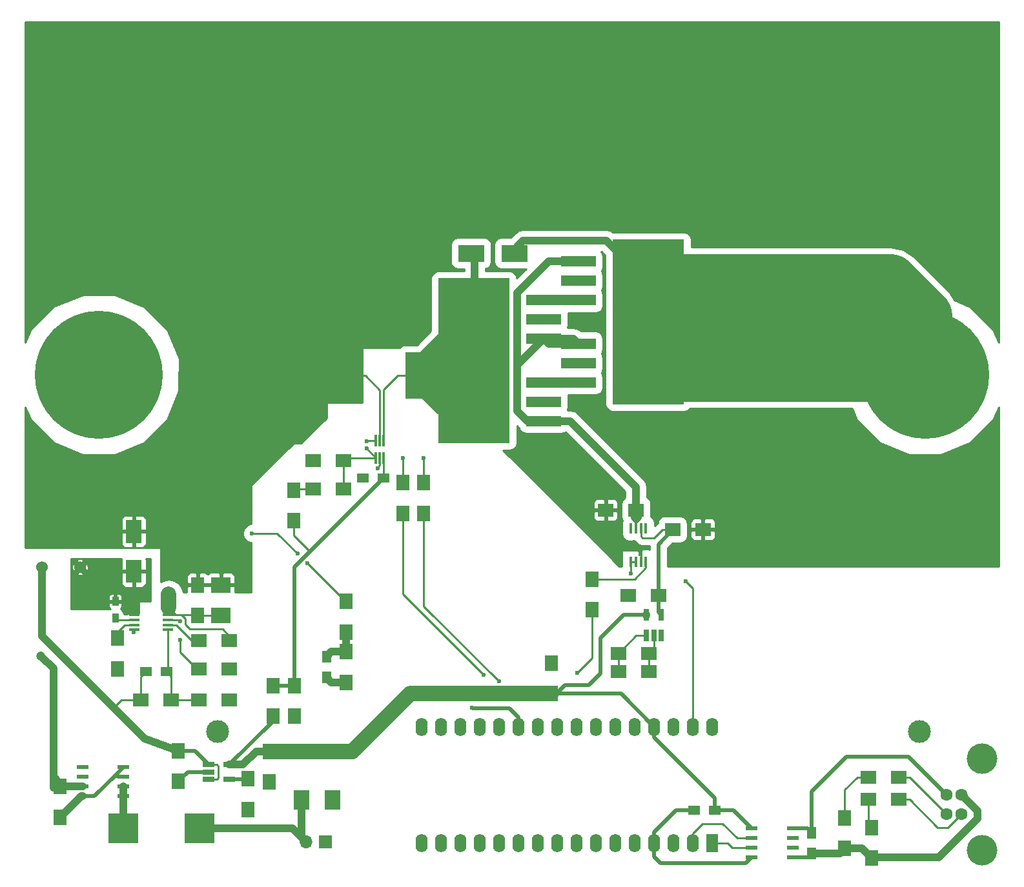
<source format=gtl>
G04 #@! TF.FileFunction,Copper,L1,Top,Signal*
%FSLAX46Y46*%
G04 Gerber Fmt 4.6, Leading zero omitted, Abs format (unit mm)*
G04 Created by KiCad (PCBNEW 4.0.4-stable) date 05/13/17 14:37:42*
%MOMM*%
%LPD*%
G01*
G04 APERTURE LIST*
%ADD10C,0.100000*%
%ADD11C,3.000000*%
%ADD12R,0.450000X1.450000*%
%ADD13R,1.550000X0.600000*%
%ADD14R,1.600000X2.400000*%
%ADD15O,1.600000X2.400000*%
%ADD16R,4.000000X6.200000*%
%ADD17C,1.600000*%
%ADD18C,4.000000*%
%ADD19R,1.450000X0.450000*%
%ADD20R,0.900000X1.200000*%
%ADD21R,3.500000X2.200000*%
%ADD22C,1.524000*%
%ADD23C,16.800000*%
%ADD24R,1.700000X2.000000*%
%ADD25R,2.000000X1.700000*%
%ADD26R,0.300000X1.500000*%
%ADD27R,1.560000X0.650000*%
%ADD28R,0.650000X1.560000*%
%ADD29R,2.500000X2.000000*%
%ADD30R,1.300000X1.500000*%
%ADD31R,1.500000X1.300000*%
%ADD32R,4.600000X1.390000*%
%ADD33R,9.400000X10.800000*%
%ADD34R,2.000000X2.500000*%
%ADD35R,4.000000X4.000000*%
%ADD36R,1.700000X1.700000*%
%ADD37O,1.700000X1.700000*%
%ADD38C,1.200000*%
%ADD39C,0.600000*%
%ADD40C,1.000000*%
%ADD41C,0.500000*%
%ADD42C,0.250000*%
%ADD43C,2.000000*%
%ADD44C,4.000000*%
%ADD45C,7.000000*%
%ADD46C,0.254000*%
G04 APERTURE END LIST*
D10*
D11*
X104241000Y-25159000D03*
X196241000Y-25159000D03*
X196241000Y-114159000D03*
X104241000Y-114159000D03*
D12*
X158410000Y-91862000D03*
X159060000Y-91862000D03*
X159710000Y-91862000D03*
X160360000Y-91862000D03*
X160360000Y-87462000D03*
X159710000Y-87462000D03*
X159060000Y-87462000D03*
X158410000Y-87462000D03*
D13*
X86476000Y-118806000D03*
X86476000Y-120076000D03*
X86476000Y-121346000D03*
X86476000Y-122616000D03*
X91876000Y-122616000D03*
X91876000Y-121346000D03*
X91876000Y-120076000D03*
X91876000Y-118806000D03*
D14*
X169059000Y-128772000D03*
D15*
X130959000Y-113532000D03*
X166519000Y-128772000D03*
X133499000Y-113532000D03*
X163979000Y-128772000D03*
X136039000Y-113532000D03*
X161439000Y-128772000D03*
X138579000Y-113532000D03*
X158899000Y-128772000D03*
X141119000Y-113532000D03*
X156359000Y-128772000D03*
X143659000Y-113532000D03*
X153819000Y-128772000D03*
X146199000Y-113532000D03*
X151279000Y-128772000D03*
X148739000Y-113532000D03*
X148739000Y-128772000D03*
X151279000Y-113532000D03*
X146199000Y-128772000D03*
X153819000Y-113532000D03*
X143659000Y-128772000D03*
X156359000Y-113532000D03*
X141119000Y-128772000D03*
X158899000Y-113532000D03*
X138579000Y-128772000D03*
X161439000Y-113532000D03*
X136039000Y-128772000D03*
X163979000Y-113532000D03*
X133499000Y-128772000D03*
X166519000Y-113532000D03*
X130959000Y-128772000D03*
X169059000Y-113532000D03*
D16*
X130810000Y-67437000D03*
X121210000Y-67437000D03*
D17*
X199771000Y-122448000D03*
X199771000Y-124948000D03*
X201771000Y-124948000D03*
X201771000Y-122448000D03*
D18*
X204471000Y-117698000D03*
X204471000Y-129698000D03*
D19*
X93304000Y-98847000D03*
X93304000Y-99497000D03*
X93304000Y-100147000D03*
X93304000Y-100797000D03*
X97704000Y-100797000D03*
X97704000Y-100147000D03*
X97704000Y-99497000D03*
X97704000Y-98847000D03*
D20*
X90805000Y-97071000D03*
X90805000Y-99271000D03*
D10*
G36*
X94218000Y-91583000D02*
X94218000Y-94583000D01*
X92218000Y-94583000D01*
X92218000Y-91583000D01*
X94218000Y-91583000D01*
X94218000Y-91583000D01*
G37*
G36*
X94218000Y-86383000D02*
X94218000Y-89383000D01*
X92218000Y-89383000D01*
X92218000Y-86383000D01*
X94218000Y-86383000D01*
X94218000Y-86383000D01*
G37*
D21*
X137444000Y-51365500D03*
X143144000Y-51365500D03*
D22*
X81193000Y-92583000D03*
X86193000Y-92583000D03*
D23*
X88646000Y-67310000D03*
X110363000Y-67310000D03*
X196977000Y-67310000D03*
D24*
X91059000Y-101886000D03*
X91059000Y-105886000D03*
X121031000Y-97060000D03*
X121031000Y-101060000D03*
X121031000Y-103664000D03*
X121031000Y-107664000D03*
D25*
X105759000Y-102235000D03*
X101759000Y-102235000D03*
X94139000Y-109982000D03*
X98139000Y-109982000D03*
X101759000Y-109982000D03*
X105759000Y-109982000D03*
D24*
X114173000Y-86455000D03*
X114173000Y-82455000D03*
D25*
X116745000Y-82296000D03*
X120745000Y-82296000D03*
X120745000Y-78613000D03*
X116745000Y-78613000D03*
D24*
X111506000Y-108109000D03*
X111506000Y-112109000D03*
D25*
X159099000Y-85090000D03*
X155099000Y-85090000D03*
D24*
X131250000Y-81500000D03*
X131250000Y-85500000D03*
X153311000Y-94133000D03*
X153311000Y-98133000D03*
D25*
X189538000Y-120136000D03*
X193538000Y-120136000D03*
X193538000Y-123057000D03*
X189538000Y-123057000D03*
D26*
X124980000Y-78239000D03*
X125480000Y-78239000D03*
X125980000Y-78239000D03*
X125980000Y-75939000D03*
X125480000Y-75939000D03*
X124980000Y-75939000D03*
D27*
X103066000Y-118491000D03*
X103066000Y-119441000D03*
X103066000Y-120391000D03*
X105766000Y-120391000D03*
X105766000Y-118491000D03*
D13*
X174233000Y-126867000D03*
X174233000Y-128137000D03*
X174233000Y-129407000D03*
X174233000Y-130677000D03*
X179633000Y-130677000D03*
X179633000Y-129407000D03*
X179633000Y-128137000D03*
X179633000Y-126867000D03*
D24*
X128500000Y-81500000D03*
X128500000Y-85500000D03*
D28*
X160467000Y-101553000D03*
X161417000Y-101553000D03*
X162367000Y-101553000D03*
X162367000Y-98853000D03*
X160467000Y-98853000D03*
D24*
X101600000Y-98901000D03*
X101600000Y-94901000D03*
D29*
X104648000Y-98901000D03*
X104648000Y-94901000D03*
D25*
X101759000Y-105918000D03*
X105759000Y-105918000D03*
D30*
X118491000Y-104314000D03*
X118491000Y-107014000D03*
D31*
X94789000Y-106299000D03*
X97489000Y-106299000D03*
X125937000Y-80899000D03*
X123237000Y-80899000D03*
D24*
X99082000Y-116679000D03*
X99082000Y-120679000D03*
X108226000Y-120362000D03*
X108226000Y-124362000D03*
X114300000Y-108109000D03*
X114300000Y-112109000D03*
X110998000Y-116745000D03*
X110998000Y-120745000D03*
X147977000Y-105182000D03*
X147977000Y-109182000D03*
D25*
X163862000Y-87630000D03*
X167862000Y-87630000D03*
D31*
X166693000Y-124454000D03*
X169393000Y-124454000D03*
D25*
X156750000Y-103886000D03*
X160750000Y-103886000D03*
X156750000Y-106299000D03*
X160750000Y-106299000D03*
D30*
X182140000Y-130122000D03*
X182140000Y-127422000D03*
D24*
X186458000Y-125502000D03*
X186458000Y-129502000D03*
D25*
X162020000Y-96266000D03*
X158020000Y-96266000D03*
D24*
X190014000Y-126772000D03*
X190014000Y-130772000D03*
D32*
X146969000Y-70860000D03*
D33*
X137809000Y-70860000D03*
D32*
X146969000Y-68320000D03*
X146969000Y-73400000D03*
X151525000Y-65780000D03*
D33*
X160685000Y-65780000D03*
D32*
X151525000Y-68320000D03*
X151525000Y-63240000D03*
X146969000Y-60065000D03*
D33*
X137809000Y-60065000D03*
D32*
X146969000Y-57525000D03*
X146969000Y-62605000D03*
X151525000Y-54985000D03*
D33*
X160685000Y-54985000D03*
D32*
X151525000Y-57525000D03*
X151525000Y-52445000D03*
D34*
X115243000Y-123124000D03*
X119243000Y-123124000D03*
D24*
X83588000Y-121378000D03*
X83588000Y-125378000D03*
D35*
X101876000Y-126807000D03*
X91876000Y-126807000D03*
D36*
X118386000Y-128585000D03*
D37*
X115846000Y-128585000D03*
D38*
X81048000Y-104201000D03*
X97812000Y-96073000D03*
D39*
X115951000Y-92075000D03*
X114681000Y-90805000D03*
X108712000Y-88138000D03*
X160042000Y-89977000D03*
X159280000Y-89850000D03*
X159661000Y-90866000D03*
X119275000Y-123632000D03*
X119275000Y-122489000D03*
X86128000Y-118806000D03*
X86890000Y-118806000D03*
X165630000Y-94422000D03*
X162455000Y-101975000D03*
X148485000Y-104769000D03*
X147596000Y-104769000D03*
X93218000Y-101092000D03*
X123190000Y-80899000D03*
X125222000Y-79629000D03*
X154432000Y-84582000D03*
X155702000Y-84582000D03*
X155702000Y-85598000D03*
X154432000Y-85598000D03*
X118491000Y-107014000D03*
X121031000Y-107664000D03*
X98621000Y-120835000D03*
X99621000Y-120835000D03*
X157500000Y-95750000D03*
X157500000Y-96750000D03*
X158000000Y-96250000D03*
X116750000Y-78750000D03*
X114250000Y-112250000D03*
X111000000Y-120750000D03*
X108149000Y-124589000D03*
X105750000Y-110000000D03*
X91000000Y-106250000D03*
X105750000Y-106000000D03*
X162455000Y-101340000D03*
X158391000Y-93406000D03*
X167513000Y-87122000D03*
X168402000Y-87122000D03*
X168402000Y-88138000D03*
X167513000Y-88138000D03*
X99314000Y-99695000D03*
X99314000Y-102108000D03*
X121031000Y-103664000D03*
X137563000Y-110992000D03*
X179633000Y-128137000D03*
X186458000Y-125343000D03*
X179633000Y-129407000D03*
X190014000Y-126740000D03*
X141119000Y-107563000D03*
X139087000Y-106674000D03*
X151406000Y-106420000D03*
X86476000Y-120076000D03*
X128500000Y-78250000D03*
X123750000Y-77000000D03*
X131250000Y-78250000D03*
X123750000Y-76000000D03*
D40*
X93304000Y-92669000D02*
X93218000Y-92583000D01*
D41*
X93304000Y-92669000D02*
X93218000Y-92583000D01*
D42*
X93218000Y-92583000D02*
X93304000Y-92669000D01*
X93304000Y-93259000D02*
X93345000Y-93218000D01*
X93304000Y-99497000D02*
X91031000Y-99497000D01*
X91031000Y-99497000D02*
X90805000Y-99271000D01*
D40*
X83588000Y-121378000D02*
X83588000Y-120965000D01*
X83588000Y-120965000D02*
X82699000Y-120076000D01*
X82699000Y-105852000D02*
X82699000Y-120076000D01*
X82699000Y-120076000D02*
X82699000Y-121473000D01*
X81048000Y-104201000D02*
X82699000Y-105852000D01*
D43*
X97790000Y-96095000D02*
X97790000Y-97917000D01*
X97812000Y-96073000D02*
X97790000Y-96095000D01*
D40*
X86476000Y-121346000D02*
X83620000Y-121346000D01*
X83620000Y-121346000D02*
X83588000Y-121378000D01*
D42*
X121031000Y-97060000D02*
X120936000Y-97060000D01*
X120936000Y-97060000D02*
X115951000Y-92075000D01*
X114681000Y-90805000D02*
X112014000Y-88138000D01*
X112014000Y-88138000D02*
X108712000Y-88138000D01*
X97790000Y-97917000D02*
X97155000Y-98552000D01*
X98933000Y-98806000D02*
X98679000Y-98806000D01*
X98679000Y-98806000D02*
X97790000Y-97917000D01*
D40*
X88646000Y-67310000D02*
X88646000Y-72898000D01*
X97790000Y-97917000D02*
X97790000Y-98425000D01*
D42*
X98298000Y-98552000D02*
X97282000Y-98552000D01*
X97282000Y-98552000D02*
X97577000Y-98847000D01*
X98298000Y-98552000D02*
X98171000Y-98552000D01*
X98171000Y-98552000D02*
X98171000Y-98679000D01*
X97704000Y-98847000D02*
X98003000Y-98847000D01*
X98003000Y-98847000D02*
X98171000Y-98679000D01*
X98171000Y-98679000D02*
X98298000Y-98552000D01*
X97704000Y-98847000D02*
X97749000Y-98847000D01*
X97749000Y-98847000D02*
X98044000Y-98552000D01*
X97704000Y-98847000D02*
X97704000Y-98638000D01*
X97704000Y-98638000D02*
X97790000Y-98552000D01*
X97704000Y-98847000D02*
X97704000Y-98720000D01*
X97704000Y-98720000D02*
X97536000Y-98552000D01*
X97704000Y-98847000D02*
X97577000Y-98847000D01*
X105759000Y-101568000D02*
X104902000Y-100711000D01*
X99949000Y-99314000D02*
X99441000Y-98806000D01*
X99949000Y-100076000D02*
X99949000Y-99314000D01*
X100584000Y-100711000D02*
X99949000Y-100076000D01*
X104902000Y-100711000D02*
X100584000Y-100711000D01*
X98933000Y-98806000D02*
X99441000Y-98806000D01*
X99949000Y-98806000D02*
X101505000Y-98806000D01*
X99441000Y-98806000D02*
X99949000Y-98806000D01*
X101505000Y-98806000D02*
X101600000Y-98901000D01*
X104648000Y-98901000D02*
X101600000Y-98901000D01*
X105759000Y-102235000D02*
X105759000Y-101568000D01*
X104648000Y-98901000D02*
X104648000Y-99314000D01*
X98933000Y-98806000D02*
X98892000Y-98847000D01*
X98892000Y-98847000D02*
X97704000Y-98847000D01*
D41*
X103066000Y-119441000D02*
X100320000Y-119441000D01*
X100320000Y-119441000D02*
X99082000Y-120679000D01*
D42*
X159710000Y-91862000D02*
X159710000Y-90309000D01*
X159710000Y-90309000D02*
X160042000Y-89977000D01*
X159710000Y-91862000D02*
X159710000Y-90280000D01*
X159710000Y-90280000D02*
X159280000Y-89850000D01*
X159710000Y-91862000D02*
X159710000Y-90944000D01*
X159710000Y-90944000D02*
X159661000Y-90866000D01*
X159710000Y-90788000D02*
X159280000Y-90358000D01*
X159710000Y-91862000D02*
X159710000Y-90788000D01*
X119243000Y-123124000D02*
X119275000Y-123632000D01*
X119243000Y-123124000D02*
X119275000Y-122489000D01*
X86857000Y-118806000D02*
X86857000Y-118839000D01*
X86857000Y-118839000D02*
X86890000Y-118806000D01*
X166519000Y-95311000D02*
X166519000Y-113532000D01*
X165630000Y-94422000D02*
X166519000Y-95311000D01*
D41*
X162494000Y-101936000D02*
X162455000Y-101975000D01*
D42*
X147596000Y-104928000D02*
X148485000Y-104769000D01*
D41*
X147596000Y-104928000D02*
X147596000Y-104769000D01*
D42*
X93304000Y-100797000D02*
X93304000Y-101006000D01*
X93304000Y-101006000D02*
X93218000Y-101092000D01*
X123237000Y-80899000D02*
X123110000Y-80979000D01*
X123110000Y-80979000D02*
X123190000Y-80899000D01*
X125480000Y-78239000D02*
X125480000Y-79117000D01*
X125480000Y-79117000D02*
X125222000Y-79629000D01*
D40*
X119141000Y-107664000D02*
X118491000Y-107014000D01*
X119141000Y-107664000D02*
X121031000Y-107664000D01*
D41*
X93718000Y-88133000D02*
X92718000Y-87968000D01*
X92718000Y-87968000D02*
X92750000Y-88000000D01*
D42*
X93750000Y-88000000D02*
X93741000Y-87991000D01*
D41*
X99582000Y-120679000D02*
X98527000Y-120929000D01*
X98527000Y-120929000D02*
X98621000Y-120835000D01*
X99582000Y-120679000D02*
X99621000Y-120835000D01*
D42*
X158020000Y-96266000D02*
X157734000Y-96266000D01*
X157734000Y-96266000D02*
X157500000Y-95750000D01*
X158020000Y-96266000D02*
X157734000Y-96266000D01*
X157734000Y-96266000D02*
X157500000Y-96750000D01*
X158020000Y-96266000D02*
X158000000Y-96250000D01*
X155099000Y-85090000D02*
X155000000Y-85000000D01*
D41*
X116745000Y-78613000D02*
X116750000Y-78750000D01*
D42*
X123237000Y-80899000D02*
X123698000Y-80899000D01*
D41*
X114300000Y-112109000D02*
X114250000Y-112250000D01*
D42*
X121210000Y-67437000D02*
X123571000Y-67437000D01*
X123571000Y-67437000D02*
X125480000Y-69346000D01*
X125480000Y-69346000D02*
X125480000Y-75939000D01*
D41*
X110998000Y-120745000D02*
X111000000Y-120750000D01*
X108226000Y-124362000D02*
X108149000Y-124589000D01*
X105759000Y-109982000D02*
X105750000Y-110000000D01*
D42*
X93718000Y-88133000D02*
X93741000Y-87991000D01*
X104648000Y-94901000D02*
X104750000Y-94750000D01*
X101600000Y-94901000D02*
X101500000Y-94750000D01*
X91059000Y-105886000D02*
X91000000Y-106250000D01*
X105509000Y-105918000D02*
X105750000Y-106000000D01*
X162322000Y-101393000D02*
X162281000Y-101166000D01*
X162281000Y-101166000D02*
X162455000Y-101340000D01*
X158410000Y-93387000D02*
X158391000Y-93406000D01*
X158410000Y-91862000D02*
X158410000Y-93387000D01*
X159060000Y-91862000D02*
X158410000Y-91862000D01*
X159710000Y-91862000D02*
X159710000Y-89987000D01*
X159710000Y-89987000D02*
X159639000Y-89916000D01*
X159710000Y-89987000D02*
X159639000Y-89916000D01*
X167862000Y-87630000D02*
X167898000Y-87630000D01*
X167898000Y-87630000D02*
X168450000Y-87087000D01*
X167862000Y-87630000D02*
X167898000Y-87630000D01*
X167898000Y-87630000D02*
X168450000Y-88087000D01*
X167862000Y-87630000D02*
X167950000Y-87587000D01*
X158410000Y-91862000D02*
X158369000Y-91903000D01*
X97704000Y-99497000D02*
X99116000Y-99497000D01*
X99116000Y-99497000D02*
X99314000Y-99695000D01*
X99314000Y-102108000D02*
X99314000Y-103759000D01*
X99314000Y-103759000D02*
X101473000Y-105918000D01*
X101473000Y-105918000D02*
X101759000Y-105918000D01*
D41*
X143659000Y-112262000D02*
X143659000Y-113532000D01*
X142516000Y-111119000D02*
X143659000Y-112262000D01*
X137690000Y-111119000D02*
X142516000Y-111119000D01*
X137563000Y-110992000D02*
X137690000Y-111119000D01*
D40*
X121031000Y-103664000D02*
X119141000Y-103664000D01*
X119141000Y-103664000D02*
X118491000Y-104314000D01*
X121031000Y-101060000D02*
X121031000Y-103664000D01*
D41*
X99082000Y-116679000D02*
X101254000Y-116679000D01*
X101254000Y-116679000D02*
X103066000Y-118491000D01*
D42*
X103066000Y-118491000D02*
X104101000Y-118491000D01*
X104101000Y-118491000D02*
X104289000Y-118679000D01*
X104289000Y-118679000D02*
X104289000Y-120203000D01*
X104289000Y-120203000D02*
X104101000Y-120391000D01*
X104101000Y-120391000D02*
X103066000Y-120391000D01*
X94139000Y-109982000D02*
X91567000Y-109982000D01*
X91567000Y-109982000D02*
X90551000Y-110998000D01*
D40*
X99082000Y-116679000D02*
X94647000Y-115094000D01*
X94647000Y-115094000D02*
X90551000Y-110998000D01*
X90551000Y-110998000D02*
X81193000Y-101640000D01*
X81193000Y-101640000D02*
X81193000Y-92583000D01*
D42*
X102873000Y-118298000D02*
X103066000Y-118491000D01*
X94139000Y-109982000D02*
X94139000Y-106949000D01*
X94139000Y-106949000D02*
X94789000Y-106299000D01*
X98139000Y-109982000D02*
X101759000Y-109982000D01*
X98139000Y-109982000D02*
X98139000Y-106949000D01*
X98139000Y-106949000D02*
X97489000Y-106299000D01*
X97704000Y-100797000D02*
X97704000Y-106084000D01*
X97704000Y-106084000D02*
X97489000Y-106299000D01*
X114173000Y-88392000D02*
X116308500Y-90527500D01*
D41*
X114300000Y-97028000D02*
X114300000Y-92536000D01*
X114300000Y-92536000D02*
X116308500Y-90527500D01*
D42*
X114173000Y-86455000D02*
X114173000Y-88392000D01*
D41*
X114300000Y-108109000D02*
X114300000Y-97028000D01*
X116308500Y-90527500D02*
X125937000Y-80899000D01*
X111506000Y-108109000D02*
X114300000Y-108109000D01*
X111665000Y-107950000D02*
X111506000Y-108109000D01*
D42*
X125980000Y-78239000D02*
X125980000Y-80856000D01*
X125980000Y-80856000D02*
X125937000Y-80899000D01*
D41*
X105766000Y-120391000D02*
X108197000Y-120391000D01*
X108197000Y-120391000D02*
X108226000Y-120362000D01*
D40*
X110998000Y-116745000D02*
X109271000Y-116745000D01*
X107525000Y-118491000D02*
X105766000Y-118491000D01*
X109271000Y-116745000D02*
X107525000Y-118491000D01*
D41*
X111506000Y-112109000D02*
X111506000Y-112751000D01*
X111506000Y-112751000D02*
X105766000Y-118491000D01*
X161439000Y-113532000D02*
X161439000Y-114929000D01*
X169393000Y-122883000D02*
X169393000Y-124454000D01*
X161439000Y-114929000D02*
X169393000Y-122883000D01*
X169393000Y-124454000D02*
X171820000Y-124454000D01*
X171820000Y-124454000D02*
X174233000Y-126867000D01*
X161439000Y-113532000D02*
X161439000Y-114073000D01*
X147977000Y-109182000D02*
X148644000Y-109182000D01*
X148644000Y-109182000D02*
X149755000Y-108071000D01*
X157449000Y-98853000D02*
X160467000Y-98853000D01*
X154454000Y-101848000D02*
X157449000Y-98853000D01*
X154454000Y-106547000D02*
X154454000Y-101848000D01*
X152930000Y-108071000D02*
X154454000Y-106547000D01*
X149755000Y-108071000D02*
X152930000Y-108071000D01*
X147977000Y-109182000D02*
X157089000Y-109182000D01*
X157089000Y-109182000D02*
X161439000Y-113532000D01*
D43*
X110998000Y-116745000D02*
X121904000Y-116745000D01*
X129467000Y-109182000D02*
X147977000Y-109182000D01*
X121904000Y-116745000D02*
X129467000Y-109182000D01*
D40*
X110998000Y-116745000D02*
X110998000Y-116602000D01*
X160467000Y-98867000D02*
X160467000Y-98853000D01*
D41*
X106001000Y-118491000D02*
X105766000Y-118491000D01*
X110905000Y-116652000D02*
X110998000Y-116745000D01*
D42*
X159710000Y-87462000D02*
X159710000Y-88502000D01*
X162516000Y-87630000D02*
X163862000Y-87630000D01*
X161439000Y-88707000D02*
X162516000Y-87630000D01*
X159915000Y-88707000D02*
X161439000Y-88707000D01*
X159710000Y-88502000D02*
X159915000Y-88707000D01*
D41*
X162020000Y-98506000D02*
X162367000Y-98853000D01*
X162020000Y-96266000D02*
X162020000Y-89599000D01*
X162020000Y-89599000D02*
X163862000Y-87630000D01*
X162020000Y-96266000D02*
X162020000Y-98506000D01*
X166693000Y-124454000D02*
X164360000Y-124454000D01*
X161439000Y-127375000D02*
X161439000Y-128772000D01*
X164360000Y-124454000D02*
X161439000Y-127375000D01*
X161439000Y-128772000D02*
X161439000Y-130550000D01*
X173471000Y-131439000D02*
X174233000Y-130677000D01*
X162328000Y-131439000D02*
X173471000Y-131439000D01*
X161439000Y-130550000D02*
X162328000Y-131439000D01*
D42*
X160467000Y-101553000D02*
X159083000Y-101553000D01*
X156750000Y-103886000D02*
X156750000Y-106299000D01*
X159083000Y-101553000D02*
X156750000Y-103886000D01*
X160750000Y-103886000D02*
X160750000Y-106299000D01*
X161417000Y-101553000D02*
X161417000Y-103219000D01*
X161417000Y-103219000D02*
X160750000Y-103886000D01*
D40*
X182140000Y-130122000D02*
X185838000Y-130122000D01*
X185838000Y-130122000D02*
X186458000Y-129502000D01*
X186458000Y-129502000D02*
X188744000Y-129502000D01*
X188744000Y-129502000D02*
X189919000Y-130677000D01*
X189919000Y-130677000D02*
X198777000Y-130677000D01*
X198777000Y-130677000D02*
X203857000Y-125597000D01*
X203857000Y-125597000D02*
X203857000Y-124534000D01*
X203857000Y-124534000D02*
X201771000Y-122448000D01*
D41*
X185838000Y-130122000D02*
X186458000Y-129502000D01*
X179633000Y-130677000D02*
X181585000Y-130677000D01*
X181585000Y-130677000D02*
X182140000Y-130122000D01*
X201771000Y-122448000D02*
X202331000Y-122448000D01*
X182140000Y-127422000D02*
X182140000Y-122041000D01*
X194792000Y-117469000D02*
X199771000Y-122448000D01*
X186712000Y-117469000D02*
X194792000Y-117469000D01*
X182140000Y-122041000D02*
X186712000Y-117469000D01*
X179633000Y-126867000D02*
X181585000Y-126867000D01*
X181585000Y-126867000D02*
X182140000Y-127422000D01*
D42*
X189538000Y-120136000D02*
X188109000Y-120136000D01*
X186458000Y-121787000D02*
X186458000Y-125502000D01*
X188109000Y-120136000D02*
X186458000Y-121787000D01*
X186458000Y-125502000D02*
X186458000Y-125343000D01*
X189538000Y-123057000D02*
X189538000Y-126296000D01*
X189538000Y-126296000D02*
X190014000Y-126772000D01*
D41*
X189538000Y-126296000D02*
X190014000Y-126772000D01*
D42*
X190109000Y-126645000D02*
X190014000Y-126740000D01*
X190109000Y-126645000D02*
X190268000Y-126645000D01*
D40*
X137809000Y-60065000D02*
X137809000Y-70860000D01*
X137944000Y-51365500D02*
X137944000Y-59930000D01*
X137944000Y-59930000D02*
X137809000Y-60065000D01*
D44*
X137809000Y-70860000D02*
X134233000Y-70860000D01*
X134233000Y-70860000D02*
X130810000Y-67437000D01*
X130810000Y-67437000D02*
X130810000Y-67064000D01*
X130810000Y-67064000D02*
X137809000Y-60065000D01*
D40*
X137944000Y-59930000D02*
X137809000Y-60065000D01*
D42*
X130810000Y-67437000D02*
X127839002Y-67437000D01*
X125980000Y-69296002D02*
X125980000Y-75939000D01*
X127839002Y-67437000D02*
X125980000Y-69296002D01*
D40*
X160685000Y-54985000D02*
X160685000Y-65780000D01*
D45*
X196977000Y-67310000D02*
X162215000Y-67310000D01*
X162215000Y-67310000D02*
X160685000Y-65780000D01*
X160685000Y-54985000D02*
X192427000Y-54985000D01*
X192427000Y-54985000D02*
X196977000Y-59535000D01*
X196977000Y-59535000D02*
X196977000Y-67310000D01*
X196977000Y-67310000D02*
X195354000Y-67310000D01*
X195354000Y-67310000D02*
X188363000Y-60319000D01*
X188363000Y-60319000D02*
X166011000Y-60319000D01*
X160685000Y-65780000D02*
X195447000Y-65780000D01*
X195447000Y-65780000D02*
X196977000Y-67310000D01*
X160685000Y-54985000D02*
X184652000Y-54985000D01*
X184652000Y-54985000D02*
X196977000Y-67310000D01*
D40*
X144295000Y-49714500D02*
X142644000Y-51365500D01*
X155152500Y-49714500D02*
X144295000Y-49714500D01*
X160423000Y-54985000D02*
X155152500Y-49714500D01*
X160685000Y-54985000D02*
X160423000Y-54985000D01*
D42*
X169059000Y-128772000D02*
X171091000Y-128772000D01*
X171726000Y-129407000D02*
X174233000Y-129407000D01*
X171091000Y-128772000D02*
X171726000Y-129407000D01*
X166519000Y-128772000D02*
X166519000Y-127502000D01*
X172361000Y-128137000D02*
X174233000Y-128137000D01*
X170456000Y-126232000D02*
X172361000Y-128137000D01*
X167789000Y-126232000D02*
X170456000Y-126232000D01*
X166519000Y-127502000D02*
X167789000Y-126232000D01*
X131250000Y-85500000D02*
X131250000Y-97694000D01*
X131250000Y-97694000D02*
X141119000Y-107563000D01*
X128500000Y-85500000D02*
X128500000Y-96087000D01*
X128500000Y-96087000D02*
X139087000Y-106674000D01*
X153311000Y-98133000D02*
X153311000Y-104515000D01*
X153311000Y-104515000D02*
X151406000Y-106420000D01*
X193538000Y-120136000D02*
X194959000Y-120136000D01*
X194959000Y-120136000D02*
X199771000Y-124948000D01*
X193538000Y-123057000D02*
X194967000Y-123057000D01*
X199979000Y-126740000D02*
X201771000Y-124948000D01*
X198650000Y-126740000D02*
X199979000Y-126740000D01*
X194967000Y-123057000D02*
X198650000Y-126740000D01*
D41*
X193538000Y-123057000D02*
X193538000Y-123152000D01*
D40*
X151525000Y-68320000D02*
X146969000Y-68320000D01*
D42*
X158664500Y-86274500D02*
X159470500Y-86274500D01*
X159407000Y-86294000D02*
X159407000Y-86338000D01*
X159451000Y-86294000D02*
X159407000Y-86294000D01*
X159470500Y-86274500D02*
X159451000Y-86294000D01*
X159639000Y-86040000D02*
X158496000Y-86040000D01*
X158496000Y-86040000D02*
X158496000Y-86106000D01*
D40*
X146969000Y-73400000D02*
X150450000Y-73400000D01*
X159099000Y-82049000D02*
X159099000Y-85090000D01*
X150450000Y-73400000D02*
X159099000Y-82049000D01*
X146969000Y-62605000D02*
X150890000Y-62605000D01*
X150890000Y-62605000D02*
X151525000Y-63240000D01*
X151525000Y-63240000D02*
X147604000Y-63240000D01*
X147604000Y-63240000D02*
X146969000Y-62605000D01*
X143532000Y-66042000D02*
X143532000Y-56576000D01*
X143532000Y-56576000D02*
X147663000Y-52445000D01*
X147663000Y-52445000D02*
X151525000Y-52445000D01*
X146969000Y-73400000D02*
X144862000Y-73400000D01*
X144862000Y-73400000D02*
X143532000Y-72070000D01*
X143532000Y-66042000D02*
X146969000Y-62605000D01*
X143532000Y-72070000D02*
X143532000Y-66042000D01*
X159099000Y-85090000D02*
X158659000Y-85090000D01*
X146969000Y-73400000D02*
X145370000Y-73400000D01*
D42*
X159639000Y-86106000D02*
X159639000Y-86040000D01*
X159407000Y-86338000D02*
X159639000Y-86106000D01*
X159639000Y-86040000D02*
X159639000Y-85630000D01*
X159060000Y-86685000D02*
X159407000Y-86338000D01*
X159060000Y-87462000D02*
X159060000Y-86685000D01*
X158496000Y-86106000D02*
X158496000Y-85693000D01*
X159060000Y-86670000D02*
X158664500Y-86274500D01*
X158664500Y-86274500D02*
X158496000Y-86106000D01*
X159060000Y-87462000D02*
X159060000Y-86670000D01*
X159639000Y-85630000D02*
X159099000Y-85090000D01*
X158496000Y-85693000D02*
X159099000Y-85090000D01*
X159060000Y-87462000D02*
X159060000Y-85129000D01*
X159060000Y-85129000D02*
X159099000Y-85090000D01*
X93304000Y-100147000D02*
X92004000Y-100147000D01*
X92004000Y-100147000D02*
X91059000Y-101092000D01*
X91059000Y-101092000D02*
X91059000Y-101886000D01*
X98750000Y-100147000D02*
X97704000Y-100147000D01*
X100838000Y-102235000D02*
X98750000Y-100147000D01*
X101759000Y-102235000D02*
X100838000Y-102235000D01*
X116745000Y-82296000D02*
X114332000Y-82296000D01*
X114332000Y-82296000D02*
X114173000Y-82455000D01*
X128500000Y-81500000D02*
X128500000Y-79250000D01*
X128500000Y-78250000D02*
X128500000Y-79250000D01*
X123750000Y-77000000D02*
X124980000Y-78230000D01*
X124980000Y-78239000D02*
X124980000Y-78230000D01*
X124980000Y-78239000D02*
X124980000Y-77980000D01*
X120745000Y-78613000D02*
X120745000Y-82296000D01*
X124980000Y-78239000D02*
X121119000Y-78239000D01*
X121119000Y-78239000D02*
X120745000Y-78613000D01*
X124980000Y-75939000D02*
X123811000Y-75939000D01*
X131250000Y-78250000D02*
X131250000Y-81500000D01*
X123811000Y-75939000D02*
X123750000Y-76000000D01*
X160360000Y-91862000D02*
X160360000Y-92640000D01*
X158867000Y-94133000D02*
X153311000Y-94133000D01*
X160360000Y-92640000D02*
X158867000Y-94133000D01*
D40*
X146969000Y-57525000D02*
X151525000Y-57525000D01*
X115243000Y-123124000D02*
X115243000Y-127982000D01*
X115243000Y-127982000D02*
X115846000Y-128585000D01*
X101876000Y-126807000D02*
X114068000Y-126807000D01*
X114068000Y-126807000D02*
X115846000Y-128585000D01*
D41*
X91876000Y-120076000D02*
X91208000Y-120076000D01*
X91208000Y-120076000D02*
X90907000Y-119775000D01*
X86476000Y-122616000D02*
X88066000Y-122616000D01*
X88066000Y-122616000D02*
X90907000Y-119775000D01*
X90907000Y-119775000D02*
X91876000Y-118806000D01*
D40*
X86476000Y-122616000D02*
X86350000Y-122616000D01*
X86350000Y-122616000D02*
X83588000Y-125378000D01*
X91876000Y-121346000D02*
X91876000Y-122616000D01*
X91876000Y-122616000D02*
X91876000Y-126807000D01*
D46*
G36*
X206629000Y-63103163D02*
X205906560Y-61354724D01*
X202947852Y-58390848D01*
X200853393Y-57521152D01*
X200107362Y-56404638D01*
X195557362Y-51854638D01*
X195400760Y-51750000D01*
X194121140Y-50894985D01*
X192427000Y-50558000D01*
X166330161Y-50558000D01*
X166330161Y-49585000D01*
X166265522Y-49241474D01*
X166062499Y-48925967D01*
X165752721Y-48714304D01*
X165385000Y-48639839D01*
X156063334Y-48639839D01*
X155698589Y-48396124D01*
X155152500Y-48287500D01*
X144295000Y-48287500D01*
X143748911Y-48396124D01*
X143285959Y-48705458D01*
X142671078Y-49320339D01*
X141394000Y-49320339D01*
X141050474Y-49384978D01*
X140734967Y-49588001D01*
X140523304Y-49897779D01*
X140448839Y-50265500D01*
X140448839Y-52465500D01*
X140513478Y-52809026D01*
X140716501Y-53124533D01*
X141026279Y-53336196D01*
X141394000Y-53410661D01*
X144679256Y-53410661D01*
X143449530Y-54640388D01*
X143389522Y-54321474D01*
X143186499Y-54005967D01*
X142876721Y-53794304D01*
X142509000Y-53719839D01*
X139371000Y-53719839D01*
X139371000Y-53377356D01*
X139537526Y-53346022D01*
X139853033Y-53142999D01*
X140064696Y-52833221D01*
X140139161Y-52465500D01*
X140139161Y-50265500D01*
X140074522Y-49921974D01*
X139871499Y-49606467D01*
X139561721Y-49394804D01*
X139194000Y-49320339D01*
X135694000Y-49320339D01*
X135350474Y-49384978D01*
X135034967Y-49588001D01*
X134823304Y-49897779D01*
X134748839Y-50265500D01*
X134748839Y-52465500D01*
X134813478Y-52809026D01*
X135016501Y-53124533D01*
X135326279Y-53336196D01*
X135694000Y-53410661D01*
X136517000Y-53410661D01*
X136517000Y-53719839D01*
X133109000Y-53719839D01*
X132765474Y-53784478D01*
X132449967Y-53987501D01*
X132238304Y-54297279D01*
X132163839Y-54665000D01*
X132163839Y-61570757D01*
X130342757Y-63391839D01*
X128810000Y-63391839D01*
X128466474Y-63456478D01*
X128150967Y-63659501D01*
X128086398Y-63754000D01*
X123317000Y-63754000D01*
X123270841Y-63762685D01*
X123228447Y-63789965D01*
X123200006Y-63831590D01*
X123190000Y-63881000D01*
X123190000Y-70993000D01*
X118618000Y-70993000D01*
X118568590Y-71003006D01*
X118526965Y-71031447D01*
X118499685Y-71073841D01*
X118491000Y-71120000D01*
X118491000Y-72972394D01*
X115136394Y-76327000D01*
X114173000Y-76327000D01*
X114123590Y-76337006D01*
X114083197Y-76364197D01*
X108622197Y-81825197D01*
X108594334Y-81867211D01*
X108585000Y-81915000D01*
X108585000Y-86910889D01*
X108469005Y-86910788D01*
X108017869Y-87097194D01*
X107672407Y-87442053D01*
X107485214Y-87892864D01*
X107484788Y-88380995D01*
X107671194Y-88832131D01*
X108016053Y-89177593D01*
X108466864Y-89364786D01*
X108585000Y-89364889D01*
X108585000Y-95885000D01*
X106533000Y-95885000D01*
X106533000Y-95186750D01*
X106374250Y-95028000D01*
X104775000Y-95028000D01*
X104775000Y-95048000D01*
X104521000Y-95048000D01*
X104521000Y-95028000D01*
X101727000Y-95028000D01*
X101727000Y-95048000D01*
X101473000Y-95048000D01*
X101473000Y-95028000D01*
X100273750Y-95028000D01*
X100115000Y-95186750D01*
X100115000Y-95885000D01*
X99701605Y-95885000D01*
X99592316Y-95335569D01*
X99174595Y-94710405D01*
X98549431Y-94292684D01*
X97812000Y-94145999D01*
X97074569Y-94292684D01*
X96774000Y-94493518D01*
X96774000Y-93774691D01*
X100115000Y-93774691D01*
X100115000Y-94615250D01*
X100273750Y-94774000D01*
X101473000Y-94774000D01*
X101473000Y-93424750D01*
X101727000Y-93424750D01*
X101727000Y-94774000D01*
X104521000Y-94774000D01*
X104521000Y-93424750D01*
X104775000Y-93424750D01*
X104775000Y-94774000D01*
X106374250Y-94774000D01*
X106533000Y-94615250D01*
X106533000Y-93774691D01*
X106436327Y-93541302D01*
X106257699Y-93362673D01*
X106024310Y-93266000D01*
X104933750Y-93266000D01*
X104775000Y-93424750D01*
X104521000Y-93424750D01*
X104362250Y-93266000D01*
X103271690Y-93266000D01*
X103038301Y-93362673D01*
X102924000Y-93476975D01*
X102809699Y-93362673D01*
X102576310Y-93266000D01*
X101885750Y-93266000D01*
X101727000Y-93424750D01*
X101473000Y-93424750D01*
X101314250Y-93266000D01*
X100623690Y-93266000D01*
X100390301Y-93362673D01*
X100211673Y-93541302D01*
X100115000Y-93774691D01*
X96774000Y-93774691D01*
X96774000Y-90170000D01*
X96763994Y-90120590D01*
X96735553Y-90078965D01*
X96693159Y-90051685D01*
X96647000Y-90043000D01*
X79002000Y-90043000D01*
X79002000Y-88010000D01*
X91570560Y-88010000D01*
X91570560Y-89383000D01*
X91614838Y-89618317D01*
X91753910Y-89834441D01*
X91966110Y-89979431D01*
X92218000Y-90030440D01*
X93091000Y-90030440D01*
X93091000Y-88010000D01*
X93345000Y-88010000D01*
X93345000Y-90030440D01*
X94218000Y-90030440D01*
X94453317Y-89986162D01*
X94669441Y-89847090D01*
X94814431Y-89634890D01*
X94865440Y-89383000D01*
X94865440Y-88010000D01*
X93345000Y-88010000D01*
X93091000Y-88010000D01*
X91570560Y-88010000D01*
X79002000Y-88010000D01*
X79002000Y-86383000D01*
X91570560Y-86383000D01*
X91570560Y-87756000D01*
X93091000Y-87756000D01*
X93091000Y-85735560D01*
X93345000Y-85735560D01*
X93345000Y-87756000D01*
X94865440Y-87756000D01*
X94865440Y-86383000D01*
X94821162Y-86147683D01*
X94682090Y-85931559D01*
X94469890Y-85786569D01*
X94218000Y-85735560D01*
X93345000Y-85735560D01*
X93091000Y-85735560D01*
X92218000Y-85735560D01*
X91982683Y-85779838D01*
X91766559Y-85918910D01*
X91621569Y-86131110D01*
X91570560Y-86383000D01*
X79002000Y-86383000D01*
X79002000Y-71536199D01*
X79716440Y-73265276D01*
X82675148Y-76229152D01*
X86542864Y-77835169D01*
X90730763Y-77838823D01*
X94601276Y-76239560D01*
X97565152Y-73280852D01*
X99171169Y-69413136D01*
X99171956Y-68510550D01*
X102783022Y-68510550D01*
X103819444Y-71319895D01*
X104154228Y-71820936D01*
X104782009Y-72890991D01*
X105852064Y-73518772D01*
X108571432Y-74772417D01*
X111563550Y-74889978D01*
X114372895Y-73853556D01*
X114873936Y-73518772D01*
X115943991Y-72890991D01*
X116571772Y-71820936D01*
X117566132Y-69664000D01*
X119383650Y-69664000D01*
X119704514Y-69796906D01*
X119950093Y-70042485D01*
X120083000Y-70363349D01*
X120083000Y-69664000D01*
X119383650Y-69664000D01*
X117566132Y-69664000D01*
X117825417Y-69101568D01*
X117890818Y-67437000D01*
X119864750Y-67437000D01*
X120083000Y-67655250D01*
X120083000Y-69664000D01*
X120991750Y-69664000D01*
X121210000Y-69882250D01*
X121428250Y-69664000D01*
X122337000Y-69664000D01*
X122337000Y-70363349D01*
X122469907Y-70042485D01*
X122715486Y-69796906D01*
X123036350Y-69664000D01*
X122337000Y-69664000D01*
X122337000Y-67655250D01*
X122555250Y-67437000D01*
X122337000Y-67218750D01*
X122337000Y-65210000D01*
X123036350Y-65210000D01*
X122715486Y-65077094D01*
X122469907Y-64831515D01*
X122337000Y-64510651D01*
X122337000Y-65210000D01*
X121428250Y-65210000D01*
X121210000Y-64991750D01*
X120991750Y-65210000D01*
X120083000Y-65210000D01*
X120083000Y-67218750D01*
X119864750Y-67437000D01*
X117890818Y-67437000D01*
X117942978Y-66109450D01*
X117611154Y-65210000D01*
X119383650Y-65210000D01*
X120083000Y-65210000D01*
X120083000Y-64510651D01*
X119950093Y-64831515D01*
X119704514Y-65077094D01*
X119383650Y-65210000D01*
X117611154Y-65210000D01*
X116906556Y-63300105D01*
X116571772Y-62799064D01*
X115943991Y-61729009D01*
X114873936Y-61101228D01*
X112154568Y-59847583D01*
X109162450Y-59730022D01*
X106353105Y-60766444D01*
X105852064Y-61101228D01*
X104782009Y-61729009D01*
X104154228Y-62799064D01*
X102900583Y-65518432D01*
X102783022Y-68510550D01*
X99171956Y-68510550D01*
X99174823Y-65225237D01*
X97575560Y-61354724D01*
X94616852Y-58390848D01*
X90749136Y-56784831D01*
X86561237Y-56781177D01*
X82690724Y-58380440D01*
X79726848Y-61339148D01*
X79002000Y-63084775D01*
X79002000Y-21002000D01*
X206629000Y-21002000D01*
X206629000Y-63103163D01*
X206629000Y-63103163D01*
G37*
X206629000Y-63103163D02*
X205906560Y-61354724D01*
X202947852Y-58390848D01*
X200853393Y-57521152D01*
X200107362Y-56404638D01*
X195557362Y-51854638D01*
X195400760Y-51750000D01*
X194121140Y-50894985D01*
X192427000Y-50558000D01*
X166330161Y-50558000D01*
X166330161Y-49585000D01*
X166265522Y-49241474D01*
X166062499Y-48925967D01*
X165752721Y-48714304D01*
X165385000Y-48639839D01*
X156063334Y-48639839D01*
X155698589Y-48396124D01*
X155152500Y-48287500D01*
X144295000Y-48287500D01*
X143748911Y-48396124D01*
X143285959Y-48705458D01*
X142671078Y-49320339D01*
X141394000Y-49320339D01*
X141050474Y-49384978D01*
X140734967Y-49588001D01*
X140523304Y-49897779D01*
X140448839Y-50265500D01*
X140448839Y-52465500D01*
X140513478Y-52809026D01*
X140716501Y-53124533D01*
X141026279Y-53336196D01*
X141394000Y-53410661D01*
X144679256Y-53410661D01*
X143449530Y-54640388D01*
X143389522Y-54321474D01*
X143186499Y-54005967D01*
X142876721Y-53794304D01*
X142509000Y-53719839D01*
X139371000Y-53719839D01*
X139371000Y-53377356D01*
X139537526Y-53346022D01*
X139853033Y-53142999D01*
X140064696Y-52833221D01*
X140139161Y-52465500D01*
X140139161Y-50265500D01*
X140074522Y-49921974D01*
X139871499Y-49606467D01*
X139561721Y-49394804D01*
X139194000Y-49320339D01*
X135694000Y-49320339D01*
X135350474Y-49384978D01*
X135034967Y-49588001D01*
X134823304Y-49897779D01*
X134748839Y-50265500D01*
X134748839Y-52465500D01*
X134813478Y-52809026D01*
X135016501Y-53124533D01*
X135326279Y-53336196D01*
X135694000Y-53410661D01*
X136517000Y-53410661D01*
X136517000Y-53719839D01*
X133109000Y-53719839D01*
X132765474Y-53784478D01*
X132449967Y-53987501D01*
X132238304Y-54297279D01*
X132163839Y-54665000D01*
X132163839Y-61570757D01*
X130342757Y-63391839D01*
X128810000Y-63391839D01*
X128466474Y-63456478D01*
X128150967Y-63659501D01*
X128086398Y-63754000D01*
X123317000Y-63754000D01*
X123270841Y-63762685D01*
X123228447Y-63789965D01*
X123200006Y-63831590D01*
X123190000Y-63881000D01*
X123190000Y-70993000D01*
X118618000Y-70993000D01*
X118568590Y-71003006D01*
X118526965Y-71031447D01*
X118499685Y-71073841D01*
X118491000Y-71120000D01*
X118491000Y-72972394D01*
X115136394Y-76327000D01*
X114173000Y-76327000D01*
X114123590Y-76337006D01*
X114083197Y-76364197D01*
X108622197Y-81825197D01*
X108594334Y-81867211D01*
X108585000Y-81915000D01*
X108585000Y-86910889D01*
X108469005Y-86910788D01*
X108017869Y-87097194D01*
X107672407Y-87442053D01*
X107485214Y-87892864D01*
X107484788Y-88380995D01*
X107671194Y-88832131D01*
X108016053Y-89177593D01*
X108466864Y-89364786D01*
X108585000Y-89364889D01*
X108585000Y-95885000D01*
X106533000Y-95885000D01*
X106533000Y-95186750D01*
X106374250Y-95028000D01*
X104775000Y-95028000D01*
X104775000Y-95048000D01*
X104521000Y-95048000D01*
X104521000Y-95028000D01*
X101727000Y-95028000D01*
X101727000Y-95048000D01*
X101473000Y-95048000D01*
X101473000Y-95028000D01*
X100273750Y-95028000D01*
X100115000Y-95186750D01*
X100115000Y-95885000D01*
X99701605Y-95885000D01*
X99592316Y-95335569D01*
X99174595Y-94710405D01*
X98549431Y-94292684D01*
X97812000Y-94145999D01*
X97074569Y-94292684D01*
X96774000Y-94493518D01*
X96774000Y-93774691D01*
X100115000Y-93774691D01*
X100115000Y-94615250D01*
X100273750Y-94774000D01*
X101473000Y-94774000D01*
X101473000Y-93424750D01*
X101727000Y-93424750D01*
X101727000Y-94774000D01*
X104521000Y-94774000D01*
X104521000Y-93424750D01*
X104775000Y-93424750D01*
X104775000Y-94774000D01*
X106374250Y-94774000D01*
X106533000Y-94615250D01*
X106533000Y-93774691D01*
X106436327Y-93541302D01*
X106257699Y-93362673D01*
X106024310Y-93266000D01*
X104933750Y-93266000D01*
X104775000Y-93424750D01*
X104521000Y-93424750D01*
X104362250Y-93266000D01*
X103271690Y-93266000D01*
X103038301Y-93362673D01*
X102924000Y-93476975D01*
X102809699Y-93362673D01*
X102576310Y-93266000D01*
X101885750Y-93266000D01*
X101727000Y-93424750D01*
X101473000Y-93424750D01*
X101314250Y-93266000D01*
X100623690Y-93266000D01*
X100390301Y-93362673D01*
X100211673Y-93541302D01*
X100115000Y-93774691D01*
X96774000Y-93774691D01*
X96774000Y-90170000D01*
X96763994Y-90120590D01*
X96735553Y-90078965D01*
X96693159Y-90051685D01*
X96647000Y-90043000D01*
X79002000Y-90043000D01*
X79002000Y-88010000D01*
X91570560Y-88010000D01*
X91570560Y-89383000D01*
X91614838Y-89618317D01*
X91753910Y-89834441D01*
X91966110Y-89979431D01*
X92218000Y-90030440D01*
X93091000Y-90030440D01*
X93091000Y-88010000D01*
X93345000Y-88010000D01*
X93345000Y-90030440D01*
X94218000Y-90030440D01*
X94453317Y-89986162D01*
X94669441Y-89847090D01*
X94814431Y-89634890D01*
X94865440Y-89383000D01*
X94865440Y-88010000D01*
X93345000Y-88010000D01*
X93091000Y-88010000D01*
X91570560Y-88010000D01*
X79002000Y-88010000D01*
X79002000Y-86383000D01*
X91570560Y-86383000D01*
X91570560Y-87756000D01*
X93091000Y-87756000D01*
X93091000Y-85735560D01*
X93345000Y-85735560D01*
X93345000Y-87756000D01*
X94865440Y-87756000D01*
X94865440Y-86383000D01*
X94821162Y-86147683D01*
X94682090Y-85931559D01*
X94469890Y-85786569D01*
X94218000Y-85735560D01*
X93345000Y-85735560D01*
X93091000Y-85735560D01*
X92218000Y-85735560D01*
X91982683Y-85779838D01*
X91766559Y-85918910D01*
X91621569Y-86131110D01*
X91570560Y-86383000D01*
X79002000Y-86383000D01*
X79002000Y-71536199D01*
X79716440Y-73265276D01*
X82675148Y-76229152D01*
X86542864Y-77835169D01*
X90730763Y-77838823D01*
X94601276Y-76239560D01*
X97565152Y-73280852D01*
X99171169Y-69413136D01*
X99171956Y-68510550D01*
X102783022Y-68510550D01*
X103819444Y-71319895D01*
X104154228Y-71820936D01*
X104782009Y-72890991D01*
X105852064Y-73518772D01*
X108571432Y-74772417D01*
X111563550Y-74889978D01*
X114372895Y-73853556D01*
X114873936Y-73518772D01*
X115943991Y-72890991D01*
X116571772Y-71820936D01*
X117566132Y-69664000D01*
X119383650Y-69664000D01*
X119704514Y-69796906D01*
X119950093Y-70042485D01*
X120083000Y-70363349D01*
X120083000Y-69664000D01*
X119383650Y-69664000D01*
X117566132Y-69664000D01*
X117825417Y-69101568D01*
X117890818Y-67437000D01*
X119864750Y-67437000D01*
X120083000Y-67655250D01*
X120083000Y-69664000D01*
X120991750Y-69664000D01*
X121210000Y-69882250D01*
X121428250Y-69664000D01*
X122337000Y-69664000D01*
X122337000Y-70363349D01*
X122469907Y-70042485D01*
X122715486Y-69796906D01*
X123036350Y-69664000D01*
X122337000Y-69664000D01*
X122337000Y-67655250D01*
X122555250Y-67437000D01*
X122337000Y-67218750D01*
X122337000Y-65210000D01*
X123036350Y-65210000D01*
X122715486Y-65077094D01*
X122469907Y-64831515D01*
X122337000Y-64510651D01*
X122337000Y-65210000D01*
X121428250Y-65210000D01*
X121210000Y-64991750D01*
X120991750Y-65210000D01*
X120083000Y-65210000D01*
X120083000Y-67218750D01*
X119864750Y-67437000D01*
X117890818Y-67437000D01*
X117942978Y-66109450D01*
X117611154Y-65210000D01*
X119383650Y-65210000D01*
X120083000Y-65210000D01*
X120083000Y-64510651D01*
X119950093Y-64831515D01*
X119704514Y-65077094D01*
X119383650Y-65210000D01*
X117611154Y-65210000D01*
X116906556Y-63300105D01*
X116571772Y-62799064D01*
X115943991Y-61729009D01*
X114873936Y-61101228D01*
X112154568Y-59847583D01*
X109162450Y-59730022D01*
X106353105Y-60766444D01*
X105852064Y-61101228D01*
X104782009Y-61729009D01*
X104154228Y-62799064D01*
X102900583Y-65518432D01*
X102783022Y-68510550D01*
X99171956Y-68510550D01*
X99174823Y-65225237D01*
X97575560Y-61354724D01*
X94616852Y-58390848D01*
X90749136Y-56784831D01*
X86561237Y-56781177D01*
X82690724Y-58380440D01*
X79726848Y-61339148D01*
X79002000Y-63084775D01*
X79002000Y-21002000D01*
X206629000Y-21002000D01*
X206629000Y-63103163D01*
G36*
X143766699Y-74322781D02*
X143788478Y-74438526D01*
X143991501Y-74754033D01*
X144301279Y-74965696D01*
X144669000Y-75040161D01*
X149269000Y-75040161D01*
X149612526Y-74975522D01*
X149843336Y-74827000D01*
X149858918Y-74827000D01*
X157672000Y-82640082D01*
X157672000Y-83413192D01*
X157439967Y-83562501D01*
X157228304Y-83872279D01*
X157153839Y-84240000D01*
X157153839Y-85940000D01*
X157218478Y-86283526D01*
X157304575Y-86417324D01*
X157239839Y-86737000D01*
X157239839Y-88187000D01*
X157304478Y-88530526D01*
X157507501Y-88846033D01*
X157817279Y-89057696D01*
X158185000Y-89132161D01*
X158635000Y-89132161D01*
X158738671Y-89112654D01*
X158835000Y-89132161D01*
X158890142Y-89132161D01*
X158966124Y-89245876D01*
X159171124Y-89450876D01*
X159512417Y-89678921D01*
X159915000Y-89759000D01*
X160843000Y-89759000D01*
X160843000Y-90244085D01*
X160585000Y-90191839D01*
X160135000Y-90191839D01*
X159791474Y-90256478D01*
X159475967Y-90459501D01*
X159439071Y-90513499D01*
X159411310Y-90502000D01*
X159407000Y-90502000D01*
X159407000Y-90485000D01*
X159398315Y-90438841D01*
X159371035Y-90396447D01*
X159329410Y-90368006D01*
X159280000Y-90358000D01*
X157375000Y-90358000D01*
X157328841Y-90366685D01*
X157286447Y-90393965D01*
X157258006Y-90435590D01*
X157248000Y-90485000D01*
X157248000Y-92456000D01*
X156897606Y-92456000D01*
X149817356Y-85375750D01*
X153464000Y-85375750D01*
X153464000Y-86066310D01*
X153560673Y-86299699D01*
X153739302Y-86478327D01*
X153972691Y-86575000D01*
X154813250Y-86575000D01*
X154972000Y-86416250D01*
X154972000Y-85217000D01*
X155226000Y-85217000D01*
X155226000Y-86416250D01*
X155384750Y-86575000D01*
X156225309Y-86575000D01*
X156458698Y-86478327D01*
X156637327Y-86299699D01*
X156734000Y-86066310D01*
X156734000Y-85375750D01*
X156575250Y-85217000D01*
X155226000Y-85217000D01*
X154972000Y-85217000D01*
X153622750Y-85217000D01*
X153464000Y-85375750D01*
X149817356Y-85375750D01*
X148555296Y-84113690D01*
X153464000Y-84113690D01*
X153464000Y-84804250D01*
X153622750Y-84963000D01*
X154972000Y-84963000D01*
X154972000Y-83763750D01*
X155226000Y-83763750D01*
X155226000Y-84963000D01*
X156575250Y-84963000D01*
X156734000Y-84804250D01*
X156734000Y-84113690D01*
X156637327Y-83880301D01*
X156458698Y-83701673D01*
X156225309Y-83605000D01*
X155384750Y-83605000D01*
X155226000Y-83763750D01*
X154972000Y-83763750D01*
X154813250Y-83605000D01*
X153972691Y-83605000D01*
X153739302Y-83701673D01*
X153560673Y-83880301D01*
X153464000Y-84113690D01*
X148555296Y-84113690D01*
X141646767Y-77205161D01*
X142509000Y-77205161D01*
X142852526Y-77140522D01*
X143168033Y-76937499D01*
X143379696Y-76627721D01*
X143454161Y-76260000D01*
X143454161Y-74010243D01*
X143766699Y-74322781D01*
X143766699Y-74322781D01*
G37*
X143766699Y-74322781D02*
X143788478Y-74438526D01*
X143991501Y-74754033D01*
X144301279Y-74965696D01*
X144669000Y-75040161D01*
X149269000Y-75040161D01*
X149612526Y-74975522D01*
X149843336Y-74827000D01*
X149858918Y-74827000D01*
X157672000Y-82640082D01*
X157672000Y-83413192D01*
X157439967Y-83562501D01*
X157228304Y-83872279D01*
X157153839Y-84240000D01*
X157153839Y-85940000D01*
X157218478Y-86283526D01*
X157304575Y-86417324D01*
X157239839Y-86737000D01*
X157239839Y-88187000D01*
X157304478Y-88530526D01*
X157507501Y-88846033D01*
X157817279Y-89057696D01*
X158185000Y-89132161D01*
X158635000Y-89132161D01*
X158738671Y-89112654D01*
X158835000Y-89132161D01*
X158890142Y-89132161D01*
X158966124Y-89245876D01*
X159171124Y-89450876D01*
X159512417Y-89678921D01*
X159915000Y-89759000D01*
X160843000Y-89759000D01*
X160843000Y-90244085D01*
X160585000Y-90191839D01*
X160135000Y-90191839D01*
X159791474Y-90256478D01*
X159475967Y-90459501D01*
X159439071Y-90513499D01*
X159411310Y-90502000D01*
X159407000Y-90502000D01*
X159407000Y-90485000D01*
X159398315Y-90438841D01*
X159371035Y-90396447D01*
X159329410Y-90368006D01*
X159280000Y-90358000D01*
X157375000Y-90358000D01*
X157328841Y-90366685D01*
X157286447Y-90393965D01*
X157258006Y-90435590D01*
X157248000Y-90485000D01*
X157248000Y-92456000D01*
X156897606Y-92456000D01*
X149817356Y-85375750D01*
X153464000Y-85375750D01*
X153464000Y-86066310D01*
X153560673Y-86299699D01*
X153739302Y-86478327D01*
X153972691Y-86575000D01*
X154813250Y-86575000D01*
X154972000Y-86416250D01*
X154972000Y-85217000D01*
X155226000Y-85217000D01*
X155226000Y-86416250D01*
X155384750Y-86575000D01*
X156225309Y-86575000D01*
X156458698Y-86478327D01*
X156637327Y-86299699D01*
X156734000Y-86066310D01*
X156734000Y-85375750D01*
X156575250Y-85217000D01*
X155226000Y-85217000D01*
X154972000Y-85217000D01*
X153622750Y-85217000D01*
X153464000Y-85375750D01*
X149817356Y-85375750D01*
X148555296Y-84113690D01*
X153464000Y-84113690D01*
X153464000Y-84804250D01*
X153622750Y-84963000D01*
X154972000Y-84963000D01*
X154972000Y-83763750D01*
X155226000Y-83763750D01*
X155226000Y-84963000D01*
X156575250Y-84963000D01*
X156734000Y-84804250D01*
X156734000Y-84113690D01*
X156637327Y-83880301D01*
X156458698Y-83701673D01*
X156225309Y-83605000D01*
X155384750Y-83605000D01*
X155226000Y-83763750D01*
X154972000Y-83763750D01*
X154813250Y-83605000D01*
X153972691Y-83605000D01*
X153739302Y-83701673D01*
X153560673Y-83880301D01*
X153464000Y-84113690D01*
X148555296Y-84113690D01*
X141646767Y-77205161D01*
X142509000Y-77205161D01*
X142852526Y-77140522D01*
X143168033Y-76937499D01*
X143379696Y-76627721D01*
X143454161Y-76260000D01*
X143454161Y-74010243D01*
X143766699Y-74322781D01*
G36*
X155039839Y-51619921D02*
X155039839Y-71180000D01*
X155104478Y-71523526D01*
X155307501Y-71839033D01*
X155617279Y-72050696D01*
X155985000Y-72125161D01*
X165385000Y-72125161D01*
X165728526Y-72060522D01*
X166044033Y-71857499D01*
X166126367Y-71737000D01*
X187415969Y-71737000D01*
X188047440Y-73265276D01*
X191006148Y-76229152D01*
X194873864Y-77835169D01*
X199061763Y-77838823D01*
X202932276Y-76239560D01*
X205896152Y-73280852D01*
X206629000Y-71515959D01*
X206629000Y-92456000D01*
X163197000Y-92456000D01*
X163197000Y-90063716D01*
X163794369Y-89425161D01*
X164862000Y-89425161D01*
X165205526Y-89360522D01*
X165521033Y-89157499D01*
X165732696Y-88847721D01*
X165807161Y-88480000D01*
X165807161Y-87915750D01*
X166227000Y-87915750D01*
X166227000Y-88606310D01*
X166323673Y-88839699D01*
X166502302Y-89018327D01*
X166735691Y-89115000D01*
X167576250Y-89115000D01*
X167735000Y-88956250D01*
X167735000Y-87757000D01*
X167989000Y-87757000D01*
X167989000Y-88956250D01*
X168147750Y-89115000D01*
X168988309Y-89115000D01*
X169221698Y-89018327D01*
X169400327Y-88839699D01*
X169497000Y-88606310D01*
X169497000Y-87915750D01*
X169338250Y-87757000D01*
X167989000Y-87757000D01*
X167735000Y-87757000D01*
X166385750Y-87757000D01*
X166227000Y-87915750D01*
X165807161Y-87915750D01*
X165807161Y-86780000D01*
X165783395Y-86653690D01*
X166227000Y-86653690D01*
X166227000Y-87344250D01*
X166385750Y-87503000D01*
X167735000Y-87503000D01*
X167735000Y-86303750D01*
X167989000Y-86303750D01*
X167989000Y-87503000D01*
X169338250Y-87503000D01*
X169497000Y-87344250D01*
X169497000Y-86653690D01*
X169400327Y-86420301D01*
X169221698Y-86241673D01*
X168988309Y-86145000D01*
X168147750Y-86145000D01*
X167989000Y-86303750D01*
X167735000Y-86303750D01*
X167576250Y-86145000D01*
X166735691Y-86145000D01*
X166502302Y-86241673D01*
X166323673Y-86420301D01*
X166227000Y-86653690D01*
X165783395Y-86653690D01*
X165742522Y-86436474D01*
X165539499Y-86120967D01*
X165229721Y-85909304D01*
X164862000Y-85834839D01*
X162862000Y-85834839D01*
X162518474Y-85899478D01*
X162202967Y-86102501D01*
X161991304Y-86412279D01*
X161916839Y-86780000D01*
X161916839Y-86789428D01*
X161772124Y-86886124D01*
X161530161Y-87128087D01*
X161530161Y-86737000D01*
X161465522Y-86393474D01*
X161262499Y-86077967D01*
X161044161Y-85928782D01*
X161044161Y-84240000D01*
X160979522Y-83896474D01*
X160776499Y-83580967D01*
X160526000Y-83409808D01*
X160526000Y-82049000D01*
X160417376Y-81502911D01*
X160108041Y-81039959D01*
X151459041Y-72390959D01*
X150996089Y-72081624D01*
X150937651Y-72070000D01*
X150450000Y-71973000D01*
X150105342Y-71973000D01*
X150139696Y-71922721D01*
X150214161Y-71555000D01*
X150214161Y-70165000D01*
X150175618Y-69960161D01*
X153825000Y-69960161D01*
X154168526Y-69895522D01*
X154484033Y-69692499D01*
X154695696Y-69382721D01*
X154770161Y-69015000D01*
X154770161Y-67625000D01*
X154705522Y-67281474D01*
X154555358Y-67048112D01*
X154695696Y-66842721D01*
X154770161Y-66475000D01*
X154770161Y-65085000D01*
X154705522Y-64741474D01*
X154555358Y-64508112D01*
X154695696Y-64302721D01*
X154770161Y-63935000D01*
X154770161Y-62545000D01*
X154705522Y-62201474D01*
X154502499Y-61885967D01*
X154192721Y-61674304D01*
X153825000Y-61599839D01*
X151902921Y-61599839D01*
X151899041Y-61595959D01*
X151436089Y-61286624D01*
X150890000Y-61178000D01*
X150105342Y-61178000D01*
X150139696Y-61127721D01*
X150214161Y-60760000D01*
X150214161Y-59370000D01*
X150175618Y-59165161D01*
X153825000Y-59165161D01*
X154168526Y-59100522D01*
X154484033Y-58897499D01*
X154695696Y-58587721D01*
X154770161Y-58220000D01*
X154770161Y-56830000D01*
X154705522Y-56486474D01*
X154555358Y-56253112D01*
X154695696Y-56047721D01*
X154770161Y-55680000D01*
X154770161Y-54290000D01*
X154705522Y-53946474D01*
X154555358Y-53713112D01*
X154695696Y-53507721D01*
X154770161Y-53140000D01*
X154770161Y-51750000D01*
X154705522Y-51406474D01*
X154535016Y-51141500D01*
X154561418Y-51141500D01*
X155039839Y-51619921D01*
X155039839Y-51619921D01*
G37*
X155039839Y-51619921D02*
X155039839Y-71180000D01*
X155104478Y-71523526D01*
X155307501Y-71839033D01*
X155617279Y-72050696D01*
X155985000Y-72125161D01*
X165385000Y-72125161D01*
X165728526Y-72060522D01*
X166044033Y-71857499D01*
X166126367Y-71737000D01*
X187415969Y-71737000D01*
X188047440Y-73265276D01*
X191006148Y-76229152D01*
X194873864Y-77835169D01*
X199061763Y-77838823D01*
X202932276Y-76239560D01*
X205896152Y-73280852D01*
X206629000Y-71515959D01*
X206629000Y-92456000D01*
X163197000Y-92456000D01*
X163197000Y-90063716D01*
X163794369Y-89425161D01*
X164862000Y-89425161D01*
X165205526Y-89360522D01*
X165521033Y-89157499D01*
X165732696Y-88847721D01*
X165807161Y-88480000D01*
X165807161Y-87915750D01*
X166227000Y-87915750D01*
X166227000Y-88606310D01*
X166323673Y-88839699D01*
X166502302Y-89018327D01*
X166735691Y-89115000D01*
X167576250Y-89115000D01*
X167735000Y-88956250D01*
X167735000Y-87757000D01*
X167989000Y-87757000D01*
X167989000Y-88956250D01*
X168147750Y-89115000D01*
X168988309Y-89115000D01*
X169221698Y-89018327D01*
X169400327Y-88839699D01*
X169497000Y-88606310D01*
X169497000Y-87915750D01*
X169338250Y-87757000D01*
X167989000Y-87757000D01*
X167735000Y-87757000D01*
X166385750Y-87757000D01*
X166227000Y-87915750D01*
X165807161Y-87915750D01*
X165807161Y-86780000D01*
X165783395Y-86653690D01*
X166227000Y-86653690D01*
X166227000Y-87344250D01*
X166385750Y-87503000D01*
X167735000Y-87503000D01*
X167735000Y-86303750D01*
X167989000Y-86303750D01*
X167989000Y-87503000D01*
X169338250Y-87503000D01*
X169497000Y-87344250D01*
X169497000Y-86653690D01*
X169400327Y-86420301D01*
X169221698Y-86241673D01*
X168988309Y-86145000D01*
X168147750Y-86145000D01*
X167989000Y-86303750D01*
X167735000Y-86303750D01*
X167576250Y-86145000D01*
X166735691Y-86145000D01*
X166502302Y-86241673D01*
X166323673Y-86420301D01*
X166227000Y-86653690D01*
X165783395Y-86653690D01*
X165742522Y-86436474D01*
X165539499Y-86120967D01*
X165229721Y-85909304D01*
X164862000Y-85834839D01*
X162862000Y-85834839D01*
X162518474Y-85899478D01*
X162202967Y-86102501D01*
X161991304Y-86412279D01*
X161916839Y-86780000D01*
X161916839Y-86789428D01*
X161772124Y-86886124D01*
X161530161Y-87128087D01*
X161530161Y-86737000D01*
X161465522Y-86393474D01*
X161262499Y-86077967D01*
X161044161Y-85928782D01*
X161044161Y-84240000D01*
X160979522Y-83896474D01*
X160776499Y-83580967D01*
X160526000Y-83409808D01*
X160526000Y-82049000D01*
X160417376Y-81502911D01*
X160108041Y-81039959D01*
X151459041Y-72390959D01*
X150996089Y-72081624D01*
X150937651Y-72070000D01*
X150450000Y-71973000D01*
X150105342Y-71973000D01*
X150139696Y-71922721D01*
X150214161Y-71555000D01*
X150214161Y-70165000D01*
X150175618Y-69960161D01*
X153825000Y-69960161D01*
X154168526Y-69895522D01*
X154484033Y-69692499D01*
X154695696Y-69382721D01*
X154770161Y-69015000D01*
X154770161Y-67625000D01*
X154705522Y-67281474D01*
X154555358Y-67048112D01*
X154695696Y-66842721D01*
X154770161Y-66475000D01*
X154770161Y-65085000D01*
X154705522Y-64741474D01*
X154555358Y-64508112D01*
X154695696Y-64302721D01*
X154770161Y-63935000D01*
X154770161Y-62545000D01*
X154705522Y-62201474D01*
X154502499Y-61885967D01*
X154192721Y-61674304D01*
X153825000Y-61599839D01*
X151902921Y-61599839D01*
X151899041Y-61595959D01*
X151436089Y-61286624D01*
X150890000Y-61178000D01*
X150105342Y-61178000D01*
X150139696Y-61127721D01*
X150214161Y-60760000D01*
X150214161Y-59370000D01*
X150175618Y-59165161D01*
X153825000Y-59165161D01*
X154168526Y-59100522D01*
X154484033Y-58897499D01*
X154695696Y-58587721D01*
X154770161Y-58220000D01*
X154770161Y-56830000D01*
X154705522Y-56486474D01*
X154555358Y-56253112D01*
X154695696Y-56047721D01*
X154770161Y-55680000D01*
X154770161Y-54290000D01*
X154705522Y-53946474D01*
X154555358Y-53713112D01*
X154695696Y-53507721D01*
X154770161Y-53140000D01*
X154770161Y-51750000D01*
X154705522Y-51406474D01*
X154535016Y-51141500D01*
X154561418Y-51141500D01*
X155039839Y-51619921D01*
G36*
X91570560Y-91583000D02*
X91570560Y-92956000D01*
X93091000Y-92956000D01*
X93091000Y-92936000D01*
X93345000Y-92936000D01*
X93345000Y-92956000D01*
X94865440Y-92956000D01*
X94865440Y-91583000D01*
X94838533Y-91440000D01*
X95377000Y-91440000D01*
X95377000Y-97028000D01*
X93980000Y-97028000D01*
X93930590Y-97038006D01*
X93888965Y-97066447D01*
X93861685Y-97108841D01*
X93853000Y-97155000D01*
X93853000Y-98624560D01*
X92579000Y-98624560D01*
X92343683Y-98668838D01*
X92237756Y-98737000D01*
X91902440Y-98737000D01*
X91902440Y-98671000D01*
X91858162Y-98435683D01*
X91719090Y-98219559D01*
X91694000Y-98202416D01*
X91694000Y-98171000D01*
X91683994Y-98121590D01*
X91655553Y-98079965D01*
X91613159Y-98052685D01*
X91567000Y-98044000D01*
X91470303Y-98044000D01*
X91496876Y-98032993D01*
X91616993Y-97912876D01*
X91682000Y-97755935D01*
X91682000Y-97300750D01*
X91575250Y-97194000D01*
X90928000Y-97194000D01*
X90928000Y-97214000D01*
X90682000Y-97214000D01*
X90682000Y-97194000D01*
X90034750Y-97194000D01*
X89928000Y-97300750D01*
X89928000Y-97755935D01*
X89993007Y-97912876D01*
X90113124Y-98032993D01*
X90139697Y-98044000D01*
X84963000Y-98044000D01*
X84963000Y-96386065D01*
X89928000Y-96386065D01*
X89928000Y-96841250D01*
X90034750Y-96948000D01*
X90682000Y-96948000D01*
X90682000Y-96150750D01*
X90928000Y-96150750D01*
X90928000Y-96948000D01*
X91575250Y-96948000D01*
X91682000Y-96841250D01*
X91682000Y-96386065D01*
X91616993Y-96229124D01*
X91496876Y-96109007D01*
X91339936Y-96044000D01*
X91034750Y-96044000D01*
X90928000Y-96150750D01*
X90682000Y-96150750D01*
X90575250Y-96044000D01*
X90270064Y-96044000D01*
X90113124Y-96109007D01*
X89993007Y-96229124D01*
X89928000Y-96386065D01*
X84963000Y-96386065D01*
X84963000Y-93464225D01*
X85662500Y-93464225D01*
X85757484Y-93604358D01*
X86181493Y-93693276D01*
X86607253Y-93613165D01*
X86628516Y-93604358D01*
X86723500Y-93464225D01*
X86469275Y-93210000D01*
X91570560Y-93210000D01*
X91570560Y-94583000D01*
X91614838Y-94818317D01*
X91753910Y-95034441D01*
X91966110Y-95179431D01*
X92218000Y-95230440D01*
X93091000Y-95230440D01*
X93091000Y-93210000D01*
X93345000Y-93210000D01*
X93345000Y-95230440D01*
X94218000Y-95230440D01*
X94453317Y-95186162D01*
X94669441Y-95047090D01*
X94814431Y-94834890D01*
X94865440Y-94583000D01*
X94865440Y-93210000D01*
X93345000Y-93210000D01*
X93091000Y-93210000D01*
X91570560Y-93210000D01*
X86469275Y-93210000D01*
X86193000Y-92933725D01*
X85662500Y-93464225D01*
X84963000Y-93464225D01*
X84963000Y-92571493D01*
X85082724Y-92571493D01*
X85162835Y-92997253D01*
X85171642Y-93018516D01*
X85311775Y-93113500D01*
X85842275Y-92583000D01*
X86543725Y-92583000D01*
X87074225Y-93113500D01*
X87214358Y-93018516D01*
X87303276Y-92594507D01*
X87223165Y-92168747D01*
X87214358Y-92147484D01*
X87074225Y-92052500D01*
X86543725Y-92583000D01*
X85842275Y-92583000D01*
X85311775Y-92052500D01*
X85171642Y-92147484D01*
X85082724Y-92571493D01*
X84963000Y-92571493D01*
X84963000Y-91701775D01*
X85662500Y-91701775D01*
X86193000Y-92232275D01*
X86723500Y-91701775D01*
X86628516Y-91561642D01*
X86204507Y-91472724D01*
X85778747Y-91552835D01*
X85757484Y-91561642D01*
X85662500Y-91701775D01*
X84963000Y-91701775D01*
X84963000Y-91440000D01*
X91599518Y-91440000D01*
X91570560Y-91583000D01*
X91570560Y-91583000D01*
G37*
X91570560Y-91583000D02*
X91570560Y-92956000D01*
X93091000Y-92956000D01*
X93091000Y-92936000D01*
X93345000Y-92936000D01*
X93345000Y-92956000D01*
X94865440Y-92956000D01*
X94865440Y-91583000D01*
X94838533Y-91440000D01*
X95377000Y-91440000D01*
X95377000Y-97028000D01*
X93980000Y-97028000D01*
X93930590Y-97038006D01*
X93888965Y-97066447D01*
X93861685Y-97108841D01*
X93853000Y-97155000D01*
X93853000Y-98624560D01*
X92579000Y-98624560D01*
X92343683Y-98668838D01*
X92237756Y-98737000D01*
X91902440Y-98737000D01*
X91902440Y-98671000D01*
X91858162Y-98435683D01*
X91719090Y-98219559D01*
X91694000Y-98202416D01*
X91694000Y-98171000D01*
X91683994Y-98121590D01*
X91655553Y-98079965D01*
X91613159Y-98052685D01*
X91567000Y-98044000D01*
X91470303Y-98044000D01*
X91496876Y-98032993D01*
X91616993Y-97912876D01*
X91682000Y-97755935D01*
X91682000Y-97300750D01*
X91575250Y-97194000D01*
X90928000Y-97194000D01*
X90928000Y-97214000D01*
X90682000Y-97214000D01*
X90682000Y-97194000D01*
X90034750Y-97194000D01*
X89928000Y-97300750D01*
X89928000Y-97755935D01*
X89993007Y-97912876D01*
X90113124Y-98032993D01*
X90139697Y-98044000D01*
X84963000Y-98044000D01*
X84963000Y-96386065D01*
X89928000Y-96386065D01*
X89928000Y-96841250D01*
X90034750Y-96948000D01*
X90682000Y-96948000D01*
X90682000Y-96150750D01*
X90928000Y-96150750D01*
X90928000Y-96948000D01*
X91575250Y-96948000D01*
X91682000Y-96841250D01*
X91682000Y-96386065D01*
X91616993Y-96229124D01*
X91496876Y-96109007D01*
X91339936Y-96044000D01*
X91034750Y-96044000D01*
X90928000Y-96150750D01*
X90682000Y-96150750D01*
X90575250Y-96044000D01*
X90270064Y-96044000D01*
X90113124Y-96109007D01*
X89993007Y-96229124D01*
X89928000Y-96386065D01*
X84963000Y-96386065D01*
X84963000Y-93464225D01*
X85662500Y-93464225D01*
X85757484Y-93604358D01*
X86181493Y-93693276D01*
X86607253Y-93613165D01*
X86628516Y-93604358D01*
X86723500Y-93464225D01*
X86469275Y-93210000D01*
X91570560Y-93210000D01*
X91570560Y-94583000D01*
X91614838Y-94818317D01*
X91753910Y-95034441D01*
X91966110Y-95179431D01*
X92218000Y-95230440D01*
X93091000Y-95230440D01*
X93091000Y-93210000D01*
X93345000Y-93210000D01*
X93345000Y-95230440D01*
X94218000Y-95230440D01*
X94453317Y-95186162D01*
X94669441Y-95047090D01*
X94814431Y-94834890D01*
X94865440Y-94583000D01*
X94865440Y-93210000D01*
X93345000Y-93210000D01*
X93091000Y-93210000D01*
X91570560Y-93210000D01*
X86469275Y-93210000D01*
X86193000Y-92933725D01*
X85662500Y-93464225D01*
X84963000Y-93464225D01*
X84963000Y-92571493D01*
X85082724Y-92571493D01*
X85162835Y-92997253D01*
X85171642Y-93018516D01*
X85311775Y-93113500D01*
X85842275Y-92583000D01*
X86543725Y-92583000D01*
X87074225Y-93113500D01*
X87214358Y-93018516D01*
X87303276Y-92594507D01*
X87223165Y-92168747D01*
X87214358Y-92147484D01*
X87074225Y-92052500D01*
X86543725Y-92583000D01*
X85842275Y-92583000D01*
X85311775Y-92052500D01*
X85171642Y-92147484D01*
X85082724Y-92571493D01*
X84963000Y-92571493D01*
X84963000Y-91701775D01*
X85662500Y-91701775D01*
X86193000Y-92232275D01*
X86723500Y-91701775D01*
X86628516Y-91561642D01*
X86204507Y-91472724D01*
X85778747Y-91552835D01*
X85757484Y-91561642D01*
X85662500Y-91701775D01*
X84963000Y-91701775D01*
X84963000Y-91440000D01*
X91599518Y-91440000D01*
X91570560Y-91583000D01*
M02*

</source>
